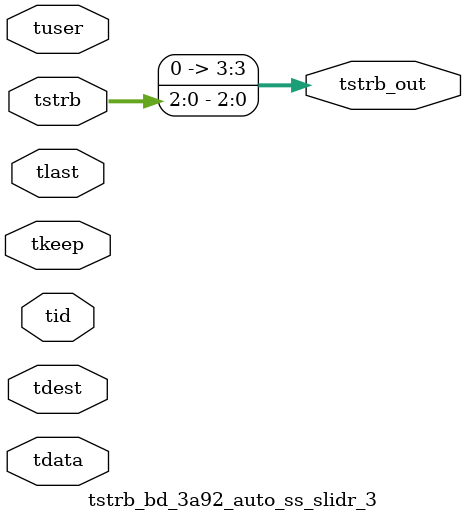
<source format=v>


`timescale 1ps/1ps

module tstrb_bd_3a92_auto_ss_slidr_3 #
(
parameter C_S_AXIS_TDATA_WIDTH = 32,
parameter C_S_AXIS_TUSER_WIDTH = 0,
parameter C_S_AXIS_TID_WIDTH   = 0,
parameter C_S_AXIS_TDEST_WIDTH = 0,
parameter C_M_AXIS_TDATA_WIDTH = 32
)
(
input  [(C_S_AXIS_TDATA_WIDTH == 0 ? 1 : C_S_AXIS_TDATA_WIDTH)-1:0     ] tdata,
input  [(C_S_AXIS_TUSER_WIDTH == 0 ? 1 : C_S_AXIS_TUSER_WIDTH)-1:0     ] tuser,
input  [(C_S_AXIS_TID_WIDTH   == 0 ? 1 : C_S_AXIS_TID_WIDTH)-1:0       ] tid,
input  [(C_S_AXIS_TDEST_WIDTH == 0 ? 1 : C_S_AXIS_TDEST_WIDTH)-1:0     ] tdest,
input  [(C_S_AXIS_TDATA_WIDTH/8)-1:0 ] tkeep,
input  [(C_S_AXIS_TDATA_WIDTH/8)-1:0 ] tstrb,
input                                                                    tlast,
output [(C_M_AXIS_TDATA_WIDTH/8)-1:0 ] tstrb_out
);

assign tstrb_out = {tstrb[2:0]};

endmodule


</source>
